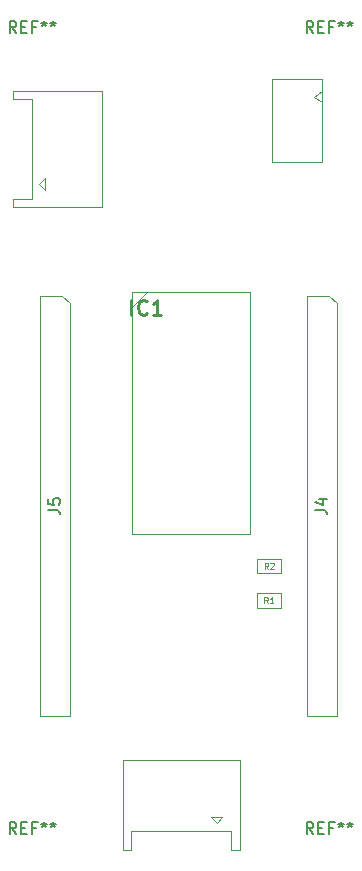
<source format=gbr>
%TF.GenerationSoftware,KiCad,Pcbnew,7.0.2-0*%
%TF.CreationDate,2023-12-19T13:36:21-05:00*%
%TF.ProjectId,Turbidity_v11,54757262-6964-4697-9479-5f7631312e6b,11*%
%TF.SameCoordinates,Original*%
%TF.FileFunction,AssemblyDrawing,Top*%
%FSLAX46Y46*%
G04 Gerber Fmt 4.6, Leading zero omitted, Abs format (unit mm)*
G04 Created by KiCad (PCBNEW 7.0.2-0) date 2023-12-19 13:36:21*
%MOMM*%
%LPD*%
G01*
G04 APERTURE LIST*
%ADD10C,0.080000*%
%ADD11C,0.150000*%
%ADD12C,0.254000*%
%ADD13C,0.100000*%
G04 APERTURE END LIST*
D10*
%TO.C,R1*%
X154967666Y-108816309D02*
X154801000Y-108578214D01*
X154681952Y-108816309D02*
X154681952Y-108316309D01*
X154681952Y-108316309D02*
X154872428Y-108316309D01*
X154872428Y-108316309D02*
X154920047Y-108340119D01*
X154920047Y-108340119D02*
X154943857Y-108363928D01*
X154943857Y-108363928D02*
X154967666Y-108411547D01*
X154967666Y-108411547D02*
X154967666Y-108482976D01*
X154967666Y-108482976D02*
X154943857Y-108530595D01*
X154943857Y-108530595D02*
X154920047Y-108554404D01*
X154920047Y-108554404D02*
X154872428Y-108578214D01*
X154872428Y-108578214D02*
X154681952Y-108578214D01*
X155443857Y-108816309D02*
X155158143Y-108816309D01*
X155301000Y-108816309D02*
X155301000Y-108316309D01*
X155301000Y-108316309D02*
X155253381Y-108387738D01*
X155253381Y-108387738D02*
X155205762Y-108435357D01*
X155205762Y-108435357D02*
X155158143Y-108459166D01*
D11*
%TO.C,REF\u002A\u002A*%
X133667666Y-128351619D02*
X133334333Y-127875428D01*
X133096238Y-128351619D02*
X133096238Y-127351619D01*
X133096238Y-127351619D02*
X133477190Y-127351619D01*
X133477190Y-127351619D02*
X133572428Y-127399238D01*
X133572428Y-127399238D02*
X133620047Y-127446857D01*
X133620047Y-127446857D02*
X133667666Y-127542095D01*
X133667666Y-127542095D02*
X133667666Y-127684952D01*
X133667666Y-127684952D02*
X133620047Y-127780190D01*
X133620047Y-127780190D02*
X133572428Y-127827809D01*
X133572428Y-127827809D02*
X133477190Y-127875428D01*
X133477190Y-127875428D02*
X133096238Y-127875428D01*
X134096238Y-127827809D02*
X134429571Y-127827809D01*
X134572428Y-128351619D02*
X134096238Y-128351619D01*
X134096238Y-128351619D02*
X134096238Y-127351619D01*
X134096238Y-127351619D02*
X134572428Y-127351619D01*
X135334333Y-127827809D02*
X135001000Y-127827809D01*
X135001000Y-128351619D02*
X135001000Y-127351619D01*
X135001000Y-127351619D02*
X135477190Y-127351619D01*
X136001000Y-127351619D02*
X136001000Y-127589714D01*
X135762905Y-127494476D02*
X136001000Y-127589714D01*
X136001000Y-127589714D02*
X136239095Y-127494476D01*
X135858143Y-127780190D02*
X136001000Y-127589714D01*
X136001000Y-127589714D02*
X136143857Y-127780190D01*
X136762905Y-127351619D02*
X136762905Y-127589714D01*
X136524810Y-127494476D02*
X136762905Y-127589714D01*
X136762905Y-127589714D02*
X137001000Y-127494476D01*
X136620048Y-127780190D02*
X136762905Y-127589714D01*
X136762905Y-127589714D02*
X136905762Y-127780190D01*
D12*
%TO.C,IC1*%
X143413237Y-84407526D02*
X143413237Y-83137526D01*
X144743714Y-84286573D02*
X144683238Y-84347050D01*
X144683238Y-84347050D02*
X144501809Y-84407526D01*
X144501809Y-84407526D02*
X144380857Y-84407526D01*
X144380857Y-84407526D02*
X144199428Y-84347050D01*
X144199428Y-84347050D02*
X144078476Y-84226097D01*
X144078476Y-84226097D02*
X144017999Y-84105145D01*
X144017999Y-84105145D02*
X143957523Y-83863240D01*
X143957523Y-83863240D02*
X143957523Y-83681811D01*
X143957523Y-83681811D02*
X144017999Y-83439907D01*
X144017999Y-83439907D02*
X144078476Y-83318954D01*
X144078476Y-83318954D02*
X144199428Y-83198002D01*
X144199428Y-83198002D02*
X144380857Y-83137526D01*
X144380857Y-83137526D02*
X144501809Y-83137526D01*
X144501809Y-83137526D02*
X144683238Y-83198002D01*
X144683238Y-83198002D02*
X144743714Y-83258478D01*
X145953238Y-84407526D02*
X145227523Y-84407526D01*
X145590380Y-84407526D02*
X145590380Y-83137526D01*
X145590380Y-83137526D02*
X145469428Y-83318954D01*
X145469428Y-83318954D02*
X145348476Y-83439907D01*
X145348476Y-83439907D02*
X145227523Y-83500383D01*
D11*
%TO.C,J4*%
X158974619Y-100917333D02*
X159688904Y-100917333D01*
X159688904Y-100917333D02*
X159831761Y-100964952D01*
X159831761Y-100964952D02*
X159927000Y-101060190D01*
X159927000Y-101060190D02*
X159974619Y-101203047D01*
X159974619Y-101203047D02*
X159974619Y-101298285D01*
X159307952Y-100012571D02*
X159974619Y-100012571D01*
X158927000Y-100250666D02*
X159641285Y-100488761D01*
X159641285Y-100488761D02*
X159641285Y-99869714D01*
%TO.C,REF\u002A\u002A*%
X158813666Y-60533619D02*
X158480333Y-60057428D01*
X158242238Y-60533619D02*
X158242238Y-59533619D01*
X158242238Y-59533619D02*
X158623190Y-59533619D01*
X158623190Y-59533619D02*
X158718428Y-59581238D01*
X158718428Y-59581238D02*
X158766047Y-59628857D01*
X158766047Y-59628857D02*
X158813666Y-59724095D01*
X158813666Y-59724095D02*
X158813666Y-59866952D01*
X158813666Y-59866952D02*
X158766047Y-59962190D01*
X158766047Y-59962190D02*
X158718428Y-60009809D01*
X158718428Y-60009809D02*
X158623190Y-60057428D01*
X158623190Y-60057428D02*
X158242238Y-60057428D01*
X159242238Y-60009809D02*
X159575571Y-60009809D01*
X159718428Y-60533619D02*
X159242238Y-60533619D01*
X159242238Y-60533619D02*
X159242238Y-59533619D01*
X159242238Y-59533619D02*
X159718428Y-59533619D01*
X160480333Y-60009809D02*
X160147000Y-60009809D01*
X160147000Y-60533619D02*
X160147000Y-59533619D01*
X160147000Y-59533619D02*
X160623190Y-59533619D01*
X161147000Y-59533619D02*
X161147000Y-59771714D01*
X160908905Y-59676476D02*
X161147000Y-59771714D01*
X161147000Y-59771714D02*
X161385095Y-59676476D01*
X161004143Y-59962190D02*
X161147000Y-59771714D01*
X161147000Y-59771714D02*
X161289857Y-59962190D01*
X161908905Y-59533619D02*
X161908905Y-59771714D01*
X161670810Y-59676476D02*
X161908905Y-59771714D01*
X161908905Y-59771714D02*
X162147000Y-59676476D01*
X161766048Y-59962190D02*
X161908905Y-59771714D01*
X161908905Y-59771714D02*
X162051762Y-59962190D01*
X133667666Y-60533619D02*
X133334333Y-60057428D01*
X133096238Y-60533619D02*
X133096238Y-59533619D01*
X133096238Y-59533619D02*
X133477190Y-59533619D01*
X133477190Y-59533619D02*
X133572428Y-59581238D01*
X133572428Y-59581238D02*
X133620047Y-59628857D01*
X133620047Y-59628857D02*
X133667666Y-59724095D01*
X133667666Y-59724095D02*
X133667666Y-59866952D01*
X133667666Y-59866952D02*
X133620047Y-59962190D01*
X133620047Y-59962190D02*
X133572428Y-60009809D01*
X133572428Y-60009809D02*
X133477190Y-60057428D01*
X133477190Y-60057428D02*
X133096238Y-60057428D01*
X134096238Y-60009809D02*
X134429571Y-60009809D01*
X134572428Y-60533619D02*
X134096238Y-60533619D01*
X134096238Y-60533619D02*
X134096238Y-59533619D01*
X134096238Y-59533619D02*
X134572428Y-59533619D01*
X135334333Y-60009809D02*
X135001000Y-60009809D01*
X135001000Y-60533619D02*
X135001000Y-59533619D01*
X135001000Y-59533619D02*
X135477190Y-59533619D01*
X136001000Y-59533619D02*
X136001000Y-59771714D01*
X135762905Y-59676476D02*
X136001000Y-59771714D01*
X136001000Y-59771714D02*
X136239095Y-59676476D01*
X135858143Y-59962190D02*
X136001000Y-59771714D01*
X136001000Y-59771714D02*
X136143857Y-59962190D01*
X136762905Y-59533619D02*
X136762905Y-59771714D01*
X136524810Y-59676476D02*
X136762905Y-59771714D01*
X136762905Y-59771714D02*
X137001000Y-59676476D01*
X136620048Y-59962190D02*
X136762905Y-59771714D01*
X136762905Y-59771714D02*
X136905762Y-59962190D01*
D10*
%TO.C,R2*%
X154999666Y-105895309D02*
X154833000Y-105657214D01*
X154713952Y-105895309D02*
X154713952Y-105395309D01*
X154713952Y-105395309D02*
X154904428Y-105395309D01*
X154904428Y-105395309D02*
X154952047Y-105419119D01*
X154952047Y-105419119D02*
X154975857Y-105442928D01*
X154975857Y-105442928D02*
X154999666Y-105490547D01*
X154999666Y-105490547D02*
X154999666Y-105561976D01*
X154999666Y-105561976D02*
X154975857Y-105609595D01*
X154975857Y-105609595D02*
X154952047Y-105633404D01*
X154952047Y-105633404D02*
X154904428Y-105657214D01*
X154904428Y-105657214D02*
X154713952Y-105657214D01*
X155190143Y-105442928D02*
X155213952Y-105419119D01*
X155213952Y-105419119D02*
X155261571Y-105395309D01*
X155261571Y-105395309D02*
X155380619Y-105395309D01*
X155380619Y-105395309D02*
X155428238Y-105419119D01*
X155428238Y-105419119D02*
X155452047Y-105442928D01*
X155452047Y-105442928D02*
X155475857Y-105490547D01*
X155475857Y-105490547D02*
X155475857Y-105538166D01*
X155475857Y-105538166D02*
X155452047Y-105609595D01*
X155452047Y-105609595D02*
X155166333Y-105895309D01*
X155166333Y-105895309D02*
X155475857Y-105895309D01*
D11*
%TO.C,J5*%
X136368619Y-100917333D02*
X137082904Y-100917333D01*
X137082904Y-100917333D02*
X137225761Y-100964952D01*
X137225761Y-100964952D02*
X137321000Y-101060190D01*
X137321000Y-101060190D02*
X137368619Y-101203047D01*
X137368619Y-101203047D02*
X137368619Y-101298285D01*
X136368619Y-99964952D02*
X136368619Y-100441142D01*
X136368619Y-100441142D02*
X136844809Y-100488761D01*
X136844809Y-100488761D02*
X136797190Y-100441142D01*
X136797190Y-100441142D02*
X136749571Y-100345904D01*
X136749571Y-100345904D02*
X136749571Y-100107809D01*
X136749571Y-100107809D02*
X136797190Y-100012571D01*
X136797190Y-100012571D02*
X136844809Y-99964952D01*
X136844809Y-99964952D02*
X136940047Y-99917333D01*
X136940047Y-99917333D02*
X137178142Y-99917333D01*
X137178142Y-99917333D02*
X137273380Y-99964952D01*
X137273380Y-99964952D02*
X137321000Y-100012571D01*
X137321000Y-100012571D02*
X137368619Y-100107809D01*
X137368619Y-100107809D02*
X137368619Y-100345904D01*
X137368619Y-100345904D02*
X137321000Y-100441142D01*
X137321000Y-100441142D02*
X137273380Y-100488761D01*
%TO.C,REF\u002A\u002A*%
X158813666Y-128351619D02*
X158480333Y-127875428D01*
X158242238Y-128351619D02*
X158242238Y-127351619D01*
X158242238Y-127351619D02*
X158623190Y-127351619D01*
X158623190Y-127351619D02*
X158718428Y-127399238D01*
X158718428Y-127399238D02*
X158766047Y-127446857D01*
X158766047Y-127446857D02*
X158813666Y-127542095D01*
X158813666Y-127542095D02*
X158813666Y-127684952D01*
X158813666Y-127684952D02*
X158766047Y-127780190D01*
X158766047Y-127780190D02*
X158718428Y-127827809D01*
X158718428Y-127827809D02*
X158623190Y-127875428D01*
X158623190Y-127875428D02*
X158242238Y-127875428D01*
X159242238Y-127827809D02*
X159575571Y-127827809D01*
X159718428Y-128351619D02*
X159242238Y-128351619D01*
X159242238Y-128351619D02*
X159242238Y-127351619D01*
X159242238Y-127351619D02*
X159718428Y-127351619D01*
X160480333Y-127827809D02*
X160147000Y-127827809D01*
X160147000Y-128351619D02*
X160147000Y-127351619D01*
X160147000Y-127351619D02*
X160623190Y-127351619D01*
X161147000Y-127351619D02*
X161147000Y-127589714D01*
X160908905Y-127494476D02*
X161147000Y-127589714D01*
X161147000Y-127589714D02*
X161385095Y-127494476D01*
X161004143Y-127780190D02*
X161147000Y-127589714D01*
X161147000Y-127589714D02*
X161289857Y-127780190D01*
X161908905Y-127351619D02*
X161908905Y-127589714D01*
X161670810Y-127494476D02*
X161908905Y-127589714D01*
X161908905Y-127589714D02*
X162147000Y-127494476D01*
X161766048Y-127780190D02*
X161908905Y-127589714D01*
X161908905Y-127589714D02*
X162051762Y-127780190D01*
D13*
%TO.C,R1*%
X156051000Y-109210000D02*
X154051000Y-109210000D01*
X156051000Y-107960000D02*
X156051000Y-109210000D01*
X154051000Y-109210000D02*
X154051000Y-107960000D01*
X154051000Y-107960000D02*
X156051000Y-107960000D01*
%TO.C,IC1*%
X143463000Y-82450000D02*
X153463000Y-82450000D01*
X143463000Y-83720000D02*
X144733000Y-82450000D01*
X143463000Y-102970000D02*
X143463000Y-82450000D01*
X153463000Y-82450000D02*
X153463000Y-102970000D01*
X153463000Y-102970000D02*
X143463000Y-102970000D01*
%TO.C,J4*%
X158242000Y-82804000D02*
X160147000Y-82804000D01*
X158242000Y-118364000D02*
X158242000Y-82804000D01*
X160147000Y-82804000D02*
X160782000Y-83439000D01*
X160782000Y-83439000D02*
X160782000Y-118364000D01*
X160782000Y-118364000D02*
X158242000Y-118364000D01*
%TO.C,J3*%
X133360000Y-75308000D02*
X140960000Y-75308000D01*
X140960000Y-75308000D02*
X140960000Y-65408000D01*
X133360000Y-74608000D02*
X133360000Y-75308000D01*
X134960000Y-74608000D02*
X133360000Y-74608000D01*
X136085000Y-73858000D02*
X136085000Y-72858000D01*
X135585000Y-73358000D02*
X136085000Y-73858000D01*
X136085000Y-72858000D02*
X135585000Y-73358000D01*
X133360000Y-66108000D02*
X134960000Y-66108000D01*
X134960000Y-66108000D02*
X134960000Y-74608000D01*
X133360000Y-65408000D02*
X133360000Y-66108000D01*
X140960000Y-65408000D02*
X133360000Y-65408000D01*
%TO.C,J1*%
X159556800Y-64421600D02*
X155306800Y-64421600D01*
X159556800Y-64421600D02*
X159556800Y-71421600D01*
X155306800Y-64421600D02*
X155306800Y-71421600D01*
X159556800Y-65421600D02*
X158849693Y-65921600D01*
X158849693Y-65921600D02*
X159556800Y-66421600D01*
X159556800Y-71421600D02*
X155306800Y-71421600D01*
%TO.C,J2*%
X152574800Y-129682400D02*
X152574800Y-122082400D01*
X152574800Y-122082400D02*
X142674800Y-122082400D01*
X151874800Y-129682400D02*
X152574800Y-129682400D01*
X151874800Y-128082400D02*
X151874800Y-129682400D01*
X151124800Y-126957400D02*
X150124800Y-126957400D01*
X150624800Y-127457400D02*
X151124800Y-126957400D01*
X150124800Y-126957400D02*
X150624800Y-127457400D01*
X143374800Y-129682400D02*
X143374800Y-128082400D01*
X143374800Y-128082400D02*
X151874800Y-128082400D01*
X142674800Y-129682400D02*
X143374800Y-129682400D01*
X142674800Y-122082400D02*
X142674800Y-129682400D01*
%TO.C,R2*%
X156083000Y-106289000D02*
X154083000Y-106289000D01*
X156083000Y-105039000D02*
X156083000Y-106289000D01*
X154083000Y-106289000D02*
X154083000Y-105039000D01*
X154083000Y-105039000D02*
X156083000Y-105039000D01*
%TO.C,J5*%
X135636000Y-82804000D02*
X137541000Y-82804000D01*
X135636000Y-118364000D02*
X135636000Y-82804000D01*
X137541000Y-82804000D02*
X138176000Y-83439000D01*
X138176000Y-83439000D02*
X138176000Y-118364000D01*
X138176000Y-118364000D02*
X135636000Y-118364000D01*
%TD*%
M02*

</source>
